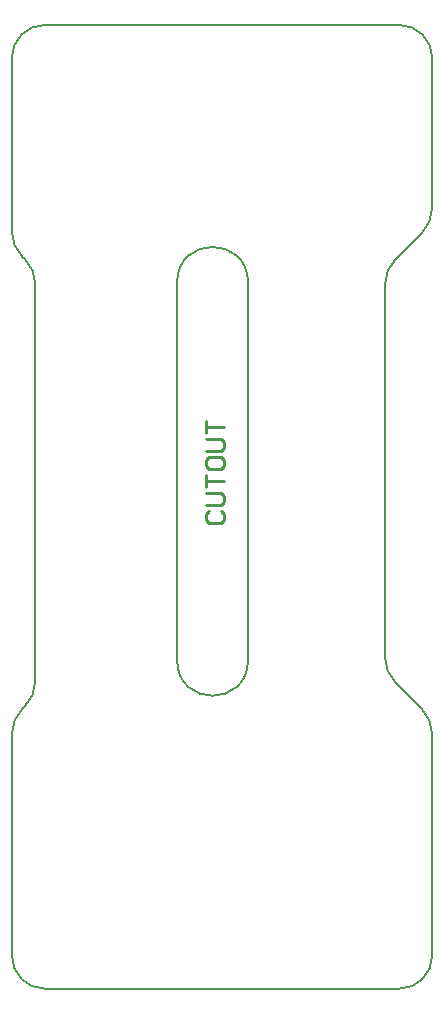
<source format=gbr>
G04*
G04 #@! TF.GenerationSoftware,Altium Limited,Altium Designer,22.11.1 (43)*
G04*
G04 Layer_Color=8388736*
%FSLAX44Y44*%
%MOMM*%
G71*
G04*
G04 #@! TF.SameCoordinates,A02E6F09-B365-49D6-8537-B30C210521C3*
G04*
G04*
G04 #@! TF.FilePolarity,Positive*
G04*
G01*
G75*
%ADD11C,0.2000*%
%ADD29C,0.2540*%
D11*
X856000Y904000D02*
G03*
X796000Y904000I-30000J0D01*
G01*
Y584000D02*
G03*
X856000Y584000I30000J0D01*
G01*
X656000Y947400D02*
G03*
X664980Y925720I30661J0D01*
G01*
X676000Y902000D02*
G03*
X667020Y923680I-30661J0D01*
G01*
Y545020D02*
G03*
X676000Y566700I-21680J21680D01*
G01*
X664980Y542980D02*
G03*
X656000Y521300I21680J-21680D01*
G01*
X972000Y586700D02*
G03*
X980980Y565020I30661J0D01*
G01*
X1012000Y521300D02*
G03*
X1003020Y542980I-30661J0D01*
G01*
X980980Y923680D02*
G03*
X972000Y902000I21680J-21680D01*
G01*
X1003020Y945720D02*
G03*
X1012000Y967400I-21680J21680D01*
G01*
X984000Y306000D02*
G03*
X1012000Y334000I0J28000D01*
G01*
Y1094000D02*
G03*
X984000Y1122000I-28000J0D01*
G01*
X684000D02*
G03*
X656000Y1094000I0J-28000D01*
G01*
X656000Y334000D02*
G03*
X684000Y306000I28000J0D01*
G01*
X796000Y904000D02*
X796000Y584000D01*
X856000Y904000D02*
X856000Y584000D01*
X656000Y947400D02*
Y1094000D01*
X664980Y925720D02*
X667020Y923680D01*
X676000Y902000D02*
X676000Y566700D01*
X664980Y542980D02*
X667020Y545020D01*
X656000Y334000D02*
Y521300D01*
X972000Y902000D02*
X972000Y586700D01*
X980980Y565020D02*
X1003020Y542980D01*
X1012000Y334000D02*
Y521300D01*
X980980Y923680D02*
X1003020Y945720D01*
X1012000Y967400D02*
Y1094000D01*
X684000Y306000D02*
X984000D01*
X684000Y1122000D02*
X984000D01*
D29*
X822764Y710697D02*
X820225Y708158D01*
Y703079D01*
X822764Y700540D01*
X832921D01*
X835460Y703079D01*
Y708158D01*
X832921Y710697D01*
X820225Y715775D02*
X832921D01*
X835460Y718314D01*
Y723393D01*
X832921Y725932D01*
X820225D01*
Y731010D02*
Y741167D01*
Y736088D01*
X835460D01*
X820225Y753863D02*
Y748784D01*
X822764Y746245D01*
X832921D01*
X835460Y748784D01*
Y753863D01*
X832921Y756402D01*
X822764D01*
X820225Y753863D01*
Y761480D02*
X832921D01*
X835460Y764019D01*
Y769098D01*
X832921Y771637D01*
X820225D01*
Y776715D02*
Y786872D01*
Y781794D01*
X835460D01*
M02*

</source>
